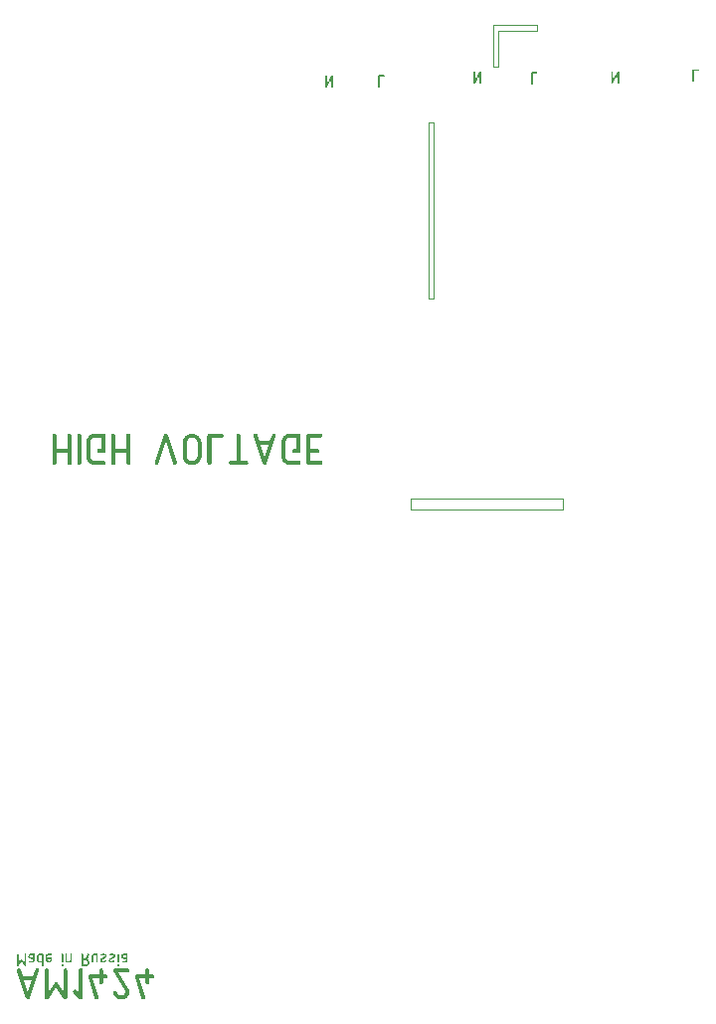
<source format=gbo>
G04 Layer_Color=32896*
%FSLAX25Y25*%
%MOIN*%
G70*
G01*
G75*
%ADD43C,0.00394*%
G36*
X19737Y192877D02*
X19901Y192804D01*
X20029Y192713D01*
X20102Y192585D01*
X20156Y192458D01*
X20175Y192367D01*
X20193Y192294D01*
Y192257D01*
Y183093D01*
X20156Y182874D01*
X20084Y182710D01*
X19974Y182601D01*
X19865Y182510D01*
X19737Y182473D01*
X19628Y182455D01*
X19555Y182437D01*
X19519D01*
X19300Y182473D01*
X19136Y182546D01*
X19009Y182637D01*
X18936Y182765D01*
X18881Y182892D01*
X18863Y182984D01*
X18845Y183056D01*
Y183093D01*
Y186500D01*
X15128D01*
Y183093D01*
X15091Y182874D01*
X15019Y182710D01*
X14909Y182601D01*
X14800Y182510D01*
X14672Y182473D01*
X14563Y182455D01*
X14490Y182437D01*
X14454D01*
X14235Y182473D01*
X14071Y182546D01*
X13943Y182637D01*
X13871Y182765D01*
X13816Y182892D01*
X13798Y182984D01*
X13780Y183056D01*
Y183093D01*
Y192257D01*
X13816Y192476D01*
X13889Y192640D01*
X13998Y192749D01*
X14126Y192822D01*
X14235Y192877D01*
X14344Y192895D01*
X14417Y192913D01*
X14454D01*
X14672Y192877D01*
X14836Y192804D01*
X14964Y192713D01*
X15037Y192585D01*
X15091Y192458D01*
X15110Y192367D01*
X15128Y192294D01*
Y192257D01*
Y187830D01*
X18845D01*
Y192257D01*
X18881Y192476D01*
X18954Y192640D01*
X19063Y192749D01*
X19191Y192822D01*
X19300Y192877D01*
X19410Y192895D01*
X19482Y192913D01*
X19519D01*
X19737Y192877D01*
D02*
G37*
G36*
X39488D02*
X39652Y192804D01*
X39779Y192713D01*
X39852Y192585D01*
X39907Y192458D01*
X39925Y192367D01*
X39944Y192294D01*
Y192257D01*
Y183093D01*
X39907Y182874D01*
X39834Y182710D01*
X39725Y182601D01*
X39615Y182510D01*
X39488Y182473D01*
X39379Y182455D01*
X39306Y182437D01*
X39269D01*
X39051Y182473D01*
X38887Y182546D01*
X38759Y182637D01*
X38686Y182765D01*
X38632Y182892D01*
X38613Y182984D01*
X38595Y183056D01*
Y183093D01*
Y186500D01*
X34878D01*
Y183093D01*
X34842Y182874D01*
X34769Y182710D01*
X34660Y182601D01*
X34550Y182510D01*
X34423Y182473D01*
X34313Y182455D01*
X34241Y182437D01*
X34204D01*
X33985Y182473D01*
X33821Y182546D01*
X33694Y182637D01*
X33621Y182765D01*
X33566Y182892D01*
X33548Y182984D01*
X33530Y183056D01*
Y183093D01*
Y192257D01*
X33566Y192476D01*
X33639Y192640D01*
X33749Y192749D01*
X33876Y192822D01*
X33985Y192877D01*
X34095Y192895D01*
X34168Y192913D01*
X34204D01*
X34423Y192877D01*
X34587Y192804D01*
X34714Y192713D01*
X34787Y192585D01*
X34842Y192458D01*
X34860Y192367D01*
X34878Y192294D01*
Y192257D01*
Y187830D01*
X38595D01*
Y192257D01*
X38632Y192476D01*
X38704Y192640D01*
X38814Y192749D01*
X38941Y192822D01*
X39051Y192877D01*
X39160Y192895D01*
X39233Y192913D01*
X39269D01*
X39488Y192877D01*
D02*
G37*
G36*
X96608D02*
X96772Y192804D01*
X96899Y192713D01*
X96972Y192585D01*
X97027Y192458D01*
X97045Y192367D01*
X97063Y192294D01*
Y192257D01*
Y187156D01*
X97027Y186937D01*
X96954Y186773D01*
X96845Y186664D01*
X96735Y186573D01*
X96608Y186536D01*
X96498Y186518D01*
X96425Y186500D01*
X96389D01*
X94858D01*
X94640Y186536D01*
X94476Y186609D01*
X94348Y186700D01*
X94275Y186828D01*
X94221Y186955D01*
X94203Y187047D01*
X94184Y187119D01*
Y187156D01*
X94221Y187374D01*
X94294Y187539D01*
X94403Y187666D01*
X94531Y187739D01*
X94640Y187794D01*
X94749Y187812D01*
X94822Y187830D01*
X94858D01*
X95715D01*
Y191583D01*
X93346D01*
X93146Y191565D01*
X92964Y191529D01*
X92800Y191456D01*
X92654Y191383D01*
X92545Y191328D01*
X92453Y191255D01*
X92399Y191219D01*
X92381Y191201D01*
X92253Y191037D01*
X92162Y190873D01*
X92089Y190709D01*
X92053Y190563D01*
X92016Y190417D01*
X91998Y190308D01*
Y190235D01*
Y190217D01*
Y185133D01*
X92016Y184933D01*
X92053Y184751D01*
X92125Y184587D01*
X92198Y184441D01*
X92253Y184332D01*
X92326Y184241D01*
X92362Y184186D01*
X92381Y184168D01*
X92545Y184040D01*
X92709Y183931D01*
X92854Y183858D01*
X93018Y183822D01*
X93146Y183785D01*
X93255Y183767D01*
X93328D01*
X93346D01*
X96389D01*
X96608Y183730D01*
X96772Y183658D01*
X96899Y183548D01*
X96972Y183421D01*
X97027Y183311D01*
X97045Y183202D01*
X97063Y183129D01*
Y183093D01*
X97027Y182874D01*
X96954Y182710D01*
X96845Y182601D01*
X96735Y182510D01*
X96608Y182473D01*
X96498Y182455D01*
X96425Y182437D01*
X96389D01*
X93346D01*
X93146D01*
X92945Y182473D01*
X92563Y182564D01*
X92253Y182692D01*
X91961Y182838D01*
X91743Y182984D01*
X91579Y183111D01*
X91470Y183202D01*
X91451Y183220D01*
X91433Y183239D01*
X91287Y183384D01*
X91178Y183548D01*
X90978Y183858D01*
X90850Y184186D01*
X90741Y184477D01*
X90686Y184733D01*
X90668Y184951D01*
X90650Y185024D01*
Y185079D01*
Y185115D01*
Y185133D01*
Y190217D01*
X90668Y190417D01*
X90686Y190618D01*
X90777Y191000D01*
X90905Y191310D01*
X91050Y191602D01*
X91178Y191820D01*
X91306Y191984D01*
X91397Y192094D01*
X91433Y192112D01*
Y192130D01*
X91579Y192276D01*
X91743Y192385D01*
X92071Y192585D01*
X92381Y192713D01*
X92690Y192822D01*
X92945Y192877D01*
X93164Y192895D01*
X93237Y192913D01*
X93292D01*
X93328D01*
X93346D01*
X96389D01*
X96608Y192877D01*
D02*
G37*
G36*
X103914D02*
X104078Y192804D01*
X104205Y192695D01*
X104278Y192567D01*
X104333Y192458D01*
X104351Y192349D01*
X104369Y192276D01*
Y192239D01*
X104333Y192021D01*
X104260Y191857D01*
X104151Y191747D01*
X104041Y191656D01*
X103914Y191620D01*
X103805Y191602D01*
X103732Y191583D01*
X103695D01*
X100306D01*
Y187830D01*
X102675D01*
X102894Y187794D01*
X103058Y187721D01*
X103185Y187611D01*
X103258Y187484D01*
X103313Y187374D01*
X103331Y187265D01*
X103349Y187192D01*
Y187156D01*
X103313Y186937D01*
X103240Y186773D01*
X103130Y186664D01*
X103021Y186573D01*
X102894Y186536D01*
X102784Y186518D01*
X102711Y186500D01*
X102675D01*
X100306D01*
Y183767D01*
X103695D01*
X103914Y183730D01*
X104078Y183658D01*
X104205Y183548D01*
X104278Y183421D01*
X104333Y183311D01*
X104351Y183202D01*
X104369Y183129D01*
Y183093D01*
X104333Y182874D01*
X104260Y182710D01*
X104151Y182601D01*
X104041Y182510D01*
X103914Y182473D01*
X103805Y182455D01*
X103732Y182437D01*
X103695D01*
X99632D01*
X99414Y182473D01*
X99250Y182546D01*
X99122Y182637D01*
X99049Y182765D01*
X98994Y182892D01*
X98976Y182984D01*
X98958Y183056D01*
Y183093D01*
Y192257D01*
X98994Y192476D01*
X99067Y192640D01*
X99177Y192749D01*
X99304Y192822D01*
X99414Y192877D01*
X99523Y192895D01*
X99596Y192913D01*
X99632D01*
X103695D01*
X103914Y192877D01*
D02*
G37*
G36*
X31180D02*
X31344Y192804D01*
X31471Y192713D01*
X31544Y192585D01*
X31599Y192458D01*
X31617Y192367D01*
X31635Y192294D01*
Y192257D01*
Y187156D01*
X31599Y186937D01*
X31526Y186773D01*
X31416Y186664D01*
X31307Y186573D01*
X31180Y186536D01*
X31070Y186518D01*
X30997Y186500D01*
X30961D01*
X29430D01*
X29212Y186536D01*
X29048Y186609D01*
X28920Y186700D01*
X28848Y186828D01*
X28793Y186955D01*
X28775Y187047D01*
X28756Y187119D01*
Y187156D01*
X28793Y187374D01*
X28866Y187539D01*
X28975Y187666D01*
X29103Y187739D01*
X29212Y187794D01*
X29321Y187812D01*
X29394Y187830D01*
X29430D01*
X30287D01*
Y191583D01*
X27918D01*
X27718Y191565D01*
X27536Y191529D01*
X27372Y191456D01*
X27226Y191383D01*
X27117Y191328D01*
X27025Y191255D01*
X26971Y191219D01*
X26953Y191201D01*
X26825Y191037D01*
X26734Y190873D01*
X26661Y190709D01*
X26625Y190563D01*
X26588Y190417D01*
X26570Y190308D01*
Y190235D01*
Y190217D01*
Y185133D01*
X26588Y184933D01*
X26625Y184751D01*
X26697Y184587D01*
X26770Y184441D01*
X26825Y184332D01*
X26898Y184241D01*
X26934Y184186D01*
X26953Y184168D01*
X27117Y184040D01*
X27281Y183931D01*
X27426Y183858D01*
X27590Y183822D01*
X27718Y183785D01*
X27827Y183767D01*
X27900D01*
X27918D01*
X30961D01*
X31180Y183730D01*
X31344Y183658D01*
X31471Y183548D01*
X31544Y183421D01*
X31599Y183311D01*
X31617Y183202D01*
X31635Y183129D01*
Y183093D01*
X31599Y182874D01*
X31526Y182710D01*
X31416Y182601D01*
X31307Y182510D01*
X31180Y182473D01*
X31070Y182455D01*
X30997Y182437D01*
X30961D01*
X27918D01*
X27718D01*
X27517Y182473D01*
X27135Y182564D01*
X26825Y182692D01*
X26533Y182838D01*
X26315Y182984D01*
X26151Y183111D01*
X26042Y183202D01*
X26023Y183220D01*
X26005Y183239D01*
X25859Y183384D01*
X25750Y183548D01*
X25550Y183858D01*
X25422Y184186D01*
X25313Y184477D01*
X25258Y184733D01*
X25240Y184951D01*
X25222Y185024D01*
Y185079D01*
Y185115D01*
Y185133D01*
Y190217D01*
X25240Y190417D01*
X25258Y190618D01*
X25349Y191000D01*
X25477Y191310D01*
X25622Y191602D01*
X25750Y191820D01*
X25878Y191984D01*
X25969Y192094D01*
X26005Y192112D01*
Y192130D01*
X26151Y192276D01*
X26315Y192385D01*
X26643Y192585D01*
X26953Y192713D01*
X27262Y192822D01*
X27517Y192877D01*
X27736Y192895D01*
X27809Y192913D01*
X27864D01*
X27900D01*
X27918D01*
X30961D01*
X31180Y192877D01*
D02*
G37*
G36*
X18294Y13743D02*
X18458Y13670D01*
X18585Y13579D01*
X18658Y13452D01*
X18713Y13324D01*
X18731Y13233D01*
X18749Y13160D01*
Y13124D01*
Y3959D01*
X18713Y3740D01*
X18640Y3576D01*
X18530Y3467D01*
X18403Y3376D01*
X18275Y3339D01*
X18166Y3321D01*
X18093Y3303D01*
X18057D01*
X17929Y3321D01*
X17802Y3339D01*
X17711Y3394D01*
X17638Y3449D01*
X17528Y3540D01*
X17510Y3576D01*
X17492Y3595D01*
X15032Y7457D01*
X12573Y3631D01*
X12481Y3522D01*
X12390Y3449D01*
X12299Y3376D01*
X12208Y3339D01*
X12117Y3321D01*
X12044Y3303D01*
X11989D01*
X11771Y3339D01*
X11607Y3412D01*
X11479Y3503D01*
X11406Y3631D01*
X11352Y3759D01*
X11334Y3850D01*
X11315Y3923D01*
Y3959D01*
Y13124D01*
X11352Y13342D01*
X11425Y13506D01*
X11534Y13615D01*
X11661Y13688D01*
X11771Y13743D01*
X11880Y13761D01*
X11953Y13780D01*
X11989D01*
X12208Y13743D01*
X12372Y13670D01*
X12500Y13579D01*
X12573Y13452D01*
X12627Y13324D01*
X12645Y13233D01*
X12664Y13160D01*
Y13124D01*
Y5799D01*
X14413Y8824D01*
X14522Y8951D01*
X14613Y9042D01*
X14723Y9115D01*
X14814Y9152D01*
X14905Y9188D01*
X14978Y9206D01*
X15032D01*
X15160Y9188D01*
X15269Y9152D01*
X15470Y9006D01*
X15542Y8951D01*
X15597Y8878D01*
X15615Y8842D01*
X15633Y8824D01*
X17401Y5799D01*
Y13124D01*
X17437Y13342D01*
X17510Y13506D01*
X17619Y13615D01*
X17747Y13688D01*
X17856Y13743D01*
X17966Y13761D01*
X18038Y13780D01*
X18075D01*
X18294Y13743D01*
D02*
G37*
G36*
X30301D02*
X30465Y13670D01*
X30592Y13579D01*
X30665Y13452D01*
X30720Y13324D01*
X30738Y13233D01*
X30756Y13160D01*
Y13124D01*
Y11757D01*
X31594D01*
X31813Y11721D01*
X31977Y11648D01*
X32104Y11539D01*
X32177Y11411D01*
X32232Y11302D01*
X32250Y11192D01*
X32268Y11119D01*
Y11083D01*
X32232Y10864D01*
X32159Y10700D01*
X32050Y10591D01*
X31940Y10500D01*
X31813Y10464D01*
X31703Y10445D01*
X31631Y10427D01*
X30756D01*
Y9061D01*
X30720Y8842D01*
X30647Y8678D01*
X30538Y8569D01*
X30428Y8478D01*
X30301Y8441D01*
X30191Y8423D01*
X30118Y8405D01*
X30082D01*
X29863Y8441D01*
X29699Y8514D01*
X29572Y8605D01*
X29499Y8733D01*
X29444Y8860D01*
X29426Y8951D01*
X29408Y9024D01*
Y9061D01*
Y10427D01*
X27349D01*
X29171Y4214D01*
X29207Y4105D01*
X29226Y4032D01*
Y3977D01*
Y3959D01*
X29189Y3740D01*
X29116Y3576D01*
X29007Y3467D01*
X28898Y3376D01*
X28770Y3339D01*
X28661Y3321D01*
X28588Y3303D01*
X28552D01*
X28369Y3321D01*
X28242Y3376D01*
X28114Y3467D01*
X28041Y3540D01*
X27968Y3631D01*
X27932Y3722D01*
X27896Y3777D01*
Y3795D01*
X25855Y10919D01*
X25837Y11028D01*
Y11083D01*
Y11101D01*
X25873Y11320D01*
X25946Y11484D01*
X26055Y11593D01*
X26183Y11666D01*
X26292Y11721D01*
X26401Y11739D01*
X26474Y11757D01*
X29408D01*
Y13124D01*
X29444Y13342D01*
X29517Y13506D01*
X29627Y13615D01*
X29754Y13688D01*
X29863Y13743D01*
X29973Y13761D01*
X30046Y13780D01*
X30082D01*
X30301Y13743D01*
D02*
G37*
G36*
X23577D02*
X23741Y13670D01*
X23869Y13579D01*
X23942Y13452D01*
X23997Y13324D01*
X24015Y13233D01*
X24033Y13160D01*
Y13124D01*
Y3959D01*
X23997Y3740D01*
X23924Y3576D01*
X23814Y3467D01*
X23705Y3376D01*
X23577Y3339D01*
X23468Y3321D01*
X23395Y3303D01*
X23359D01*
X23249Y3321D01*
X23158Y3339D01*
X22994Y3431D01*
X22867Y3522D01*
X22849Y3540D01*
X22830Y3558D01*
X20844Y5544D01*
X20772Y5617D01*
X20735Y5690D01*
X20662Y5836D01*
X20644Y5945D01*
Y5981D01*
Y6000D01*
X20680Y6218D01*
X20753Y6382D01*
X20863Y6510D01*
X20990Y6583D01*
X21100Y6637D01*
X21209Y6656D01*
X21282Y6674D01*
X21318D01*
X21409Y6656D01*
X21500Y6637D01*
X21664Y6564D01*
X21755Y6510D01*
X21792Y6473D01*
X22685Y5362D01*
Y13124D01*
X22721Y13342D01*
X22794Y13506D01*
X22903Y13615D01*
X23031Y13688D01*
X23140Y13743D01*
X23249Y13761D01*
X23322Y13780D01*
X23359D01*
X23577Y13743D01*
D02*
G37*
G36*
X88281Y192877D02*
X88445Y192804D01*
X88573Y192713D01*
X88645Y192585D01*
X88700Y192458D01*
X88718Y192367D01*
X88737Y192294D01*
Y192257D01*
Y192185D01*
X88718Y192112D01*
X88700Y192057D01*
Y192039D01*
X85657Y182947D01*
X85585Y182783D01*
X85493Y182656D01*
X85384Y182564D01*
X85275Y182492D01*
X85166Y182455D01*
X85074Y182437D01*
X85020D01*
X85001D01*
X84838Y182455D01*
X84692Y182510D01*
X84582Y182601D01*
X84491Y182692D01*
X84418Y182783D01*
X84382Y182874D01*
X84346Y182929D01*
Y182947D01*
X81321Y192039D01*
X81285Y192185D01*
Y192239D01*
Y192257D01*
X81321Y192476D01*
X81394Y192640D01*
X81503Y192749D01*
X81631Y192822D01*
X81740Y192877D01*
X81849Y192895D01*
X81922Y192913D01*
X81959D01*
X82123Y192895D01*
X82269Y192841D01*
X82378Y192768D01*
X82469Y192676D01*
X82524Y192604D01*
X82560Y192531D01*
X82596Y192476D01*
Y192458D01*
X83289Y190381D01*
X86714D01*
X87407Y192458D01*
X87479Y192604D01*
X87571Y192713D01*
X87680Y192804D01*
X87789Y192859D01*
X87898Y192895D01*
X87990Y192913D01*
X88044D01*
X88063D01*
X88281Y192877D01*
D02*
G37*
G36*
X39101Y13743D02*
X39265Y13670D01*
X39392Y13561D01*
X39465Y13433D01*
X39520Y13324D01*
X39538Y13215D01*
X39556Y13142D01*
Y13105D01*
X39520Y12887D01*
X39447Y12723D01*
X39338Y12614D01*
X39228Y12522D01*
X39101Y12486D01*
X38991Y12468D01*
X38919Y12449D01*
X35894D01*
X39064Y7548D01*
X39228Y7257D01*
X39356Y6983D01*
X39429Y6710D01*
X39502Y6473D01*
X39538Y6291D01*
X39556Y6127D01*
Y6036D01*
Y6000D01*
Y5799D01*
X39520Y5599D01*
X39429Y5234D01*
X39301Y4906D01*
X39156Y4633D01*
X39010Y4414D01*
X38882Y4250D01*
X38791Y4141D01*
X38773Y4105D01*
X38755D01*
X38609Y3959D01*
X38445Y3831D01*
X38135Y3649D01*
X37807Y3503D01*
X37516Y3394D01*
X37261Y3339D01*
X37042Y3321D01*
X36969Y3303D01*
X36860D01*
X36550Y3321D01*
X36277Y3394D01*
X36004Y3485D01*
X35748Y3613D01*
X35511Y3759D01*
X35293Y3923D01*
X35092Y4105D01*
X34910Y4287D01*
X34746Y4487D01*
X34600Y4651D01*
X34491Y4834D01*
X34382Y4979D01*
X34309Y5107D01*
X34254Y5198D01*
X34218Y5271D01*
X34200Y5289D01*
X34163Y5344D01*
X34145Y5417D01*
Y5471D01*
Y5489D01*
X34181Y5708D01*
X34254Y5872D01*
X34364Y6000D01*
X34491Y6072D01*
X34600Y6127D01*
X34710Y6145D01*
X34783Y6164D01*
X34819D01*
X34965Y6145D01*
X35074Y6109D01*
X35184Y6054D01*
X35256Y6000D01*
X35329Y5945D01*
X35366Y5890D01*
X35402Y5854D01*
Y5836D01*
X35530Y5617D01*
X35657Y5435D01*
X35785Y5271D01*
X35912Y5143D01*
X36040Y5016D01*
X36167Y4925D01*
X36386Y4779D01*
X36568Y4688D01*
X36732Y4651D01*
X36823Y4633D01*
X36860D01*
X37060Y4651D01*
X37242Y4688D01*
X37406Y4761D01*
X37534Y4834D01*
X37643Y4906D01*
X37734Y4979D01*
X37789Y5016D01*
X37807Y5034D01*
X37935Y5198D01*
X38044Y5362D01*
X38117Y5508D01*
X38153Y5672D01*
X38190Y5799D01*
X38208Y5909D01*
Y5981D01*
Y6000D01*
Y6145D01*
X38172Y6291D01*
X38135Y6419D01*
X38099Y6528D01*
X38062Y6619D01*
X38026Y6692D01*
X38008Y6747D01*
X37989Y6765D01*
X34254Y12741D01*
X34200Y12868D01*
X34163Y12996D01*
X34145Y13087D01*
Y13105D01*
Y13124D01*
X34181Y13342D01*
X34254Y13506D01*
X34364Y13615D01*
X34491Y13688D01*
X34600Y13743D01*
X34710Y13761D01*
X34783Y13780D01*
X38882D01*
X39101Y13743D01*
D02*
G37*
G36*
X76420Y192877D02*
X76584Y192804D01*
X76711Y192713D01*
X76784Y192585D01*
X76839Y192458D01*
X76857Y192367D01*
X76875Y192294D01*
Y192257D01*
Y183767D01*
X78734D01*
X78952Y183730D01*
X79116Y183658D01*
X79244Y183548D01*
X79317Y183421D01*
X79372Y183311D01*
X79390Y183202D01*
X79408Y183129D01*
Y183093D01*
X79372Y182874D01*
X79299Y182710D01*
X79189Y182601D01*
X79080Y182510D01*
X78952Y182473D01*
X78843Y182455D01*
X78770Y182437D01*
X78734D01*
X73650D01*
X73432Y182473D01*
X73268Y182546D01*
X73140Y182637D01*
X73067Y182765D01*
X73013Y182892D01*
X72995Y182984D01*
X72976Y183056D01*
Y183093D01*
X73013Y183311D01*
X73086Y183475D01*
X73195Y183603D01*
X73322Y183676D01*
X73432Y183730D01*
X73541Y183749D01*
X73614Y183767D01*
X73650D01*
X75527D01*
Y192257D01*
X75564Y192476D01*
X75636Y192640D01*
X75746Y192749D01*
X75873Y192822D01*
X75983Y192877D01*
X76092Y192895D01*
X76165Y192913D01*
X76201D01*
X76420Y192877D01*
D02*
G37*
G36*
X203558Y314216D02*
X203624Y314187D01*
X203675Y314151D01*
X203704Y314100D01*
X203726Y314049D01*
X203733Y314012D01*
X203740Y313983D01*
Y313969D01*
Y310302D01*
X203726Y310214D01*
X203696Y310149D01*
X203653Y310105D01*
X203602Y310076D01*
X203558Y310054D01*
X203514Y310047D01*
X203485Y310039D01*
X203470D01*
X203383Y310054D01*
X203317Y310083D01*
X203266Y310120D01*
X203237Y310171D01*
X203215Y310222D01*
X203208Y310258D01*
X203201Y310287D01*
Y310302D01*
Y313116D01*
X201692Y310171D01*
X201655Y310127D01*
X201619Y310098D01*
X201582Y310068D01*
X201539Y310054D01*
X201509Y310047D01*
X201480Y310039D01*
X201451D01*
X201356Y310054D01*
X201291Y310083D01*
X201240Y310120D01*
X201210Y310171D01*
X201189Y310222D01*
X201181Y310258D01*
X201174Y310287D01*
Y310302D01*
Y313969D01*
X201189Y314056D01*
X201218Y314122D01*
X201262Y314165D01*
X201305Y314202D01*
X201356Y314216D01*
X201400Y314224D01*
X201429Y314231D01*
X201444D01*
X201531Y314216D01*
X201597Y314187D01*
X201648Y314151D01*
X201677Y314100D01*
X201699Y314049D01*
X201706Y314012D01*
X201713Y313983D01*
Y313969D01*
Y311155D01*
X203215Y314049D01*
X203252Y314107D01*
X203295Y314151D01*
X203339Y314187D01*
X203376Y314209D01*
X203412Y314224D01*
X203441Y314231D01*
X203470D01*
X203558Y314216D01*
D02*
G37*
G36*
X176196Y313962D02*
X176261Y313933D01*
X176312Y313889D01*
X176341Y313838D01*
X176363Y313794D01*
X176370Y313750D01*
X176378Y313721D01*
Y313707D01*
X176363Y313619D01*
X176334Y313554D01*
X176290Y313510D01*
X176247Y313473D01*
X176196Y313459D01*
X176152Y313452D01*
X176123Y313444D01*
X176108D01*
X174752D01*
Y310047D01*
X174738Y309960D01*
X174708Y309894D01*
X174665Y309850D01*
X174621Y309814D01*
X174570Y309799D01*
X174526Y309792D01*
X174497Y309785D01*
X174482D01*
X174395Y309799D01*
X174329Y309828D01*
X174278Y309865D01*
X174249Y309916D01*
X174227Y309967D01*
X174220Y310003D01*
X174213Y310033D01*
Y310047D01*
Y313714D01*
X174227Y313801D01*
X174256Y313867D01*
X174300Y313911D01*
X174351Y313940D01*
X174395Y313962D01*
X174439Y313969D01*
X174468Y313976D01*
X174482D01*
X176108D01*
X176196Y313962D01*
D02*
G37*
G36*
X157298Y314216D02*
X157364Y314187D01*
X157415Y314151D01*
X157444Y314100D01*
X157466Y314049D01*
X157473Y314012D01*
X157480Y313983D01*
Y313969D01*
Y310302D01*
X157466Y310214D01*
X157437Y310149D01*
X157393Y310105D01*
X157342Y310076D01*
X157298Y310054D01*
X157254Y310047D01*
X157225Y310039D01*
X157211D01*
X157123Y310054D01*
X157057Y310083D01*
X157007Y310120D01*
X156977Y310171D01*
X156955Y310222D01*
X156948Y310258D01*
X156941Y310287D01*
Y310302D01*
Y313116D01*
X155432Y310171D01*
X155395Y310127D01*
X155359Y310098D01*
X155323Y310068D01*
X155279Y310054D01*
X155250Y310047D01*
X155220Y310039D01*
X155191D01*
X155096Y310054D01*
X155031Y310083D01*
X154980Y310120D01*
X154951Y310171D01*
X154929Y310222D01*
X154921Y310258D01*
X154914Y310287D01*
Y310302D01*
Y313969D01*
X154929Y314056D01*
X154958Y314122D01*
X155002Y314165D01*
X155045Y314202D01*
X155096Y314216D01*
X155140Y314224D01*
X155169Y314231D01*
X155184D01*
X155271Y314216D01*
X155337Y314187D01*
X155388Y314151D01*
X155417Y314100D01*
X155439Y314049D01*
X155446Y314012D01*
X155454Y313983D01*
Y313969D01*
Y311155D01*
X156955Y314049D01*
X156992Y314107D01*
X157036Y314151D01*
X157079Y314187D01*
X157116Y314209D01*
X157152Y314224D01*
X157181Y314231D01*
X157211D01*
X157298Y314216D01*
D02*
G37*
G36*
X125014Y312978D02*
X125080Y312948D01*
X125131Y312905D01*
X125160Y312854D01*
X125182Y312810D01*
X125189Y312766D01*
X125197Y312737D01*
Y312722D01*
X125182Y312635D01*
X125153Y312569D01*
X125109Y312526D01*
X125065Y312489D01*
X125014Y312474D01*
X124971Y312467D01*
X124942Y312460D01*
X124927D01*
X123571D01*
Y309063D01*
X123556Y308975D01*
X123527Y308910D01*
X123484Y308866D01*
X123440Y308829D01*
X123389Y308815D01*
X123345Y308808D01*
X123316Y308800D01*
X123301D01*
X123214Y308815D01*
X123148Y308844D01*
X123097Y308881D01*
X123068Y308932D01*
X123046Y308983D01*
X123039Y309019D01*
X123031Y309048D01*
Y309063D01*
Y312730D01*
X123046Y312817D01*
X123075Y312883D01*
X123119Y312927D01*
X123170Y312956D01*
X123214Y312978D01*
X123258Y312985D01*
X123287Y312992D01*
X123301D01*
X124927D01*
X125014Y312978D01*
D02*
G37*
G36*
X105585Y312992D02*
X105672Y312978D01*
X105738Y312948D01*
X105789Y312912D01*
X105818Y312861D01*
X105840Y312810D01*
X105847Y312773D01*
X105854Y312744D01*
Y312730D01*
Y309916D01*
X107363Y312861D01*
X107400Y312905D01*
X107436Y312934D01*
X107473Y312963D01*
X107517Y312978D01*
X107546Y312985D01*
X107575Y312992D01*
X107597D01*
X107604D01*
X107699Y312978D01*
X107764Y312948D01*
X107815Y312912D01*
X107845Y312861D01*
X107867Y312810D01*
X107874Y312773D01*
X107881Y312744D01*
Y312730D01*
Y309063D01*
X107867Y308975D01*
X107837Y308910D01*
X107794Y308866D01*
X107750Y308829D01*
X107699Y308815D01*
X107655Y308808D01*
X107626Y308800D01*
X107611D01*
X107524Y308815D01*
X107458Y308844D01*
X107407Y308881D01*
X107378Y308932D01*
X107356Y308983D01*
X107349Y309019D01*
X107342Y309048D01*
Y309063D01*
Y311877D01*
X105840Y308983D01*
X105803Y308924D01*
X105760Y308881D01*
X105716Y308844D01*
X105680Y308822D01*
X105643Y308808D01*
X105614Y308800D01*
X105592D01*
X105585D01*
X105497Y308815D01*
X105432Y308844D01*
X105381Y308881D01*
X105351Y308932D01*
X105330Y308983D01*
X105322Y309019D01*
X105315Y309048D01*
Y309063D01*
Y312730D01*
X105330Y312817D01*
X105359Y312883D01*
X105402Y312927D01*
X105454Y312956D01*
X105497Y312978D01*
X105541Y312985D01*
X105570Y312992D01*
X105585D01*
D02*
G37*
G36*
X60860Y192895D02*
X61097Y192877D01*
X61534Y192768D01*
X61917Y192622D01*
X62245Y192440D01*
X62518Y192276D01*
X62627Y192203D01*
X62718Y192130D01*
X62791Y192075D01*
X62846Y192021D01*
X62864Y192002D01*
X62882Y191984D01*
X63046Y191802D01*
X63192Y191620D01*
X63320Y191419D01*
X63429Y191219D01*
X63593Y190855D01*
X63721Y190490D01*
X63775Y190180D01*
X63793Y190035D01*
X63812Y189925D01*
X63830Y189834D01*
Y189761D01*
Y189725D01*
Y189707D01*
Y185644D01*
X63812Y185407D01*
X63793Y185170D01*
X63684Y184733D01*
X63538Y184350D01*
X63356Y184022D01*
X63174Y183749D01*
X63101Y183639D01*
X63028Y183548D01*
X62973Y183475D01*
X62919Y183421D01*
X62901Y183403D01*
X62882Y183384D01*
X62700Y183220D01*
X62518Y183075D01*
X62336Y182947D01*
X62135Y182838D01*
X61753Y182674D01*
X61407Y182546D01*
X61097Y182492D01*
X60969Y182473D01*
X60842Y182455D01*
X60751Y182437D01*
X60678D01*
X60641D01*
X60623D01*
X60368Y182455D01*
X60131Y182473D01*
X59694Y182583D01*
X59311Y182728D01*
X58983Y182911D01*
X58710Y183093D01*
X58601Y183166D01*
X58510Y183239D01*
X58437Y183293D01*
X58382Y183348D01*
X58364Y183366D01*
X58346Y183384D01*
X58182Y183566D01*
X58036Y183749D01*
X57908Y183931D01*
X57817Y184131D01*
X57635Y184514D01*
X57526Y184860D01*
X57471Y185170D01*
X57453Y185297D01*
X57435Y185425D01*
X57416Y185516D01*
Y185589D01*
Y185625D01*
Y185644D01*
Y189707D01*
X57435Y189944D01*
X57453Y190180D01*
X57562Y190618D01*
X57708Y191018D01*
X57890Y191347D01*
X58054Y191620D01*
X58127Y191729D01*
X58200Y191820D01*
X58254Y191893D01*
X58309Y191948D01*
X58327Y191966D01*
X58346Y191984D01*
X58528Y192148D01*
X58710Y192294D01*
X58911Y192421D01*
X59093Y192513D01*
X59475Y192695D01*
X59840Y192804D01*
X60149Y192859D01*
X60277Y192877D01*
X60404Y192895D01*
X60496Y192913D01*
X60568D01*
X60605D01*
X60623D01*
X60860Y192895D01*
D02*
G37*
G36*
X70681Y192877D02*
X70845Y192804D01*
X70972Y192695D01*
X71045Y192567D01*
X71100Y192458D01*
X71118Y192349D01*
X71136Y192276D01*
Y192239D01*
X71100Y192021D01*
X71027Y191857D01*
X70917Y191747D01*
X70808Y191656D01*
X70681Y191620D01*
X70571Y191602D01*
X70498Y191583D01*
X70462D01*
X67073D01*
Y183093D01*
X67037Y182874D01*
X66964Y182710D01*
X66854Y182601D01*
X66745Y182510D01*
X66618Y182473D01*
X66508Y182455D01*
X66435Y182437D01*
X66399D01*
X66180Y182473D01*
X66016Y182546D01*
X65889Y182637D01*
X65816Y182765D01*
X65761Y182892D01*
X65743Y182984D01*
X65725Y183056D01*
Y183093D01*
Y192257D01*
X65761Y192476D01*
X65834Y192640D01*
X65943Y192749D01*
X66071Y192822D01*
X66180Y192877D01*
X66290Y192895D01*
X66363Y192913D01*
X66399D01*
X70462D01*
X70681Y192877D01*
D02*
G37*
G36*
X51932Y192895D02*
X52078Y192841D01*
X52187Y192749D01*
X52278Y192658D01*
X52351Y192585D01*
X52388Y192494D01*
X52424Y192440D01*
Y192421D01*
X55467Y183311D01*
X55503Y183166D01*
Y183111D01*
Y183093D01*
X55467Y182874D01*
X55394Y182710D01*
X55285Y182601D01*
X55175Y182510D01*
X55048Y182473D01*
X54939Y182455D01*
X54866Y182437D01*
X54829D01*
X54665Y182455D01*
X54519Y182510D01*
X54410Y182583D01*
X54319Y182656D01*
X54246Y182747D01*
X54210Y182819D01*
X54173Y182874D01*
Y182892D01*
X51768Y190472D01*
X49363Y182892D01*
X49290Y182747D01*
X49199Y182637D01*
X49090Y182546D01*
X48999Y182492D01*
X48889Y182455D01*
X48798Y182437D01*
X48744D01*
X48726D01*
X48507Y182473D01*
X48343Y182546D01*
X48215Y182637D01*
X48142Y182765D01*
X48088Y182892D01*
X48070Y182984D01*
X48051Y183056D01*
Y183093D01*
Y183184D01*
X48070Y183257D01*
X48088Y183293D01*
Y183311D01*
X51112Y192421D01*
X51185Y192585D01*
X51294Y192713D01*
X51404Y192786D01*
X51513Y192859D01*
X51604Y192895D01*
X51695Y192913D01*
X51750D01*
X51768D01*
X51932Y192895D01*
D02*
G37*
G36*
X230329Y314946D02*
X230395Y314917D01*
X230446Y314873D01*
X230475Y314822D01*
X230497Y314778D01*
X230504Y314735D01*
X230512Y314705D01*
Y314691D01*
X230497Y314603D01*
X230468Y314538D01*
X230424Y314494D01*
X230380Y314458D01*
X230329Y314443D01*
X230286Y314436D01*
X230256Y314428D01*
X230242D01*
X228886D01*
Y311031D01*
X228871Y310944D01*
X228842Y310878D01*
X228798Y310835D01*
X228755Y310798D01*
X228704Y310784D01*
X228660Y310776D01*
X228631Y310769D01*
X228616D01*
X228529Y310784D01*
X228463Y310813D01*
X228412Y310849D01*
X228383Y310900D01*
X228361Y310951D01*
X228354Y310988D01*
X228346Y311017D01*
Y311031D01*
Y314698D01*
X228361Y314786D01*
X228390Y314851D01*
X228434Y314895D01*
X228485Y314924D01*
X228529Y314946D01*
X228572Y314953D01*
X228602Y314961D01*
X228616D01*
X230242D01*
X230329Y314946D01*
D02*
G37*
G36*
X22981Y192877D02*
X23145Y192804D01*
X23272Y192713D01*
X23345Y192585D01*
X23400Y192458D01*
X23418Y192367D01*
X23436Y192294D01*
Y192257D01*
Y183093D01*
X23400Y182874D01*
X23327Y182710D01*
X23217Y182601D01*
X23108Y182510D01*
X22981Y182473D01*
X22871Y182455D01*
X22798Y182437D01*
X22762D01*
X22543Y182473D01*
X22379Y182546D01*
X22252Y182637D01*
X22179Y182765D01*
X22124Y182892D01*
X22106Y182984D01*
X22088Y183056D01*
Y183093D01*
Y192257D01*
X22124Y192476D01*
X22197Y192640D01*
X22307Y192749D01*
X22434Y192822D01*
X22543Y192877D01*
X22653Y192895D01*
X22726Y192913D01*
X22762D01*
X22981Y192877D01*
D02*
G37*
G36*
X20157Y18686D02*
X20223Y18657D01*
X20274Y18621D01*
X20303Y18570D01*
X20325Y18519D01*
X20332Y18482D01*
X20339Y18453D01*
Y18438D01*
Y16609D01*
X20332Y16477D01*
X20303Y16361D01*
X20259Y16251D01*
X20215Y16164D01*
X20164Y16091D01*
X20128Y16033D01*
X20099Y16003D01*
X20084Y15989D01*
X19982Y15901D01*
X19880Y15843D01*
X19771Y15799D01*
X19676Y15763D01*
X19588Y15748D01*
X19523Y15741D01*
X19472Y15734D01*
X18444D01*
X18356Y15748D01*
X18291Y15777D01*
X18247Y15814D01*
X18218Y15865D01*
X18196Y15916D01*
X18189Y15953D01*
X18181Y15982D01*
Y15996D01*
Y18438D01*
X18196Y18526D01*
X18225Y18591D01*
X18269Y18635D01*
X18320Y18664D01*
X18364Y18686D01*
X18407Y18693D01*
X18437Y18701D01*
X18451D01*
X18539Y18686D01*
X18604Y18657D01*
X18655Y18621D01*
X18685Y18570D01*
X18706Y18519D01*
X18714Y18482D01*
X18721Y18453D01*
Y18438D01*
Y16266D01*
X19457D01*
X19508Y16273D01*
X19559Y16281D01*
X19632Y16317D01*
X19661Y16339D01*
X19683Y16353D01*
X19691Y16361D01*
X19698Y16368D01*
X19734Y16404D01*
X19756Y16448D01*
X19785Y16521D01*
X19793Y16557D01*
X19800Y16587D01*
Y16601D01*
Y16609D01*
Y18438D01*
X19814Y18526D01*
X19844Y18591D01*
X19887Y18635D01*
X19938Y18664D01*
X19982Y18686D01*
X20026Y18693D01*
X20055Y18701D01*
X20070D01*
X20157Y18686D01*
D02*
G37*
G36*
X17285D02*
X17350Y18657D01*
X17401Y18621D01*
X17431Y18570D01*
X17452Y18519D01*
X17460Y18482D01*
X17467Y18453D01*
Y18438D01*
Y15996D01*
X17452Y15909D01*
X17423Y15843D01*
X17380Y15799D01*
X17336Y15763D01*
X17285Y15748D01*
X17241Y15741D01*
X17212Y15734D01*
X17197D01*
X17110Y15748D01*
X17044Y15777D01*
X16993Y15814D01*
X16964Y15865D01*
X16942Y15916D01*
X16935Y15953D01*
X16928Y15982D01*
Y15996D01*
Y18438D01*
X16942Y18526D01*
X16971Y18591D01*
X17015Y18635D01*
X17066Y18664D01*
X17110Y18686D01*
X17154Y18693D01*
X17183Y18701D01*
X17197D01*
X17285Y18686D01*
D02*
G37*
G36*
X13509D02*
X13574Y18657D01*
X13625Y18613D01*
X13654Y18562D01*
X13676Y18519D01*
X13683Y18475D01*
X13691Y18446D01*
Y18431D01*
X13676Y18344D01*
X13647Y18278D01*
X13603Y18234D01*
X13560Y18198D01*
X13509Y18183D01*
X13465Y18176D01*
X13436Y18169D01*
X12400D01*
X12349Y18161D01*
X12306Y18154D01*
X12225Y18118D01*
X12196Y18103D01*
X12182Y18088D01*
X12167Y18081D01*
X12160Y18074D01*
X12131Y18030D01*
X12109Y17994D01*
X12080Y17913D01*
X12072Y17877D01*
X12065Y17848D01*
Y17833D01*
Y17826D01*
Y17483D01*
X13691D01*
Y16813D01*
Y16733D01*
X13676Y16652D01*
X13640Y16499D01*
X13589Y16368D01*
X13538Y16259D01*
X13479Y16171D01*
X13428Y16105D01*
X13392Y16062D01*
X13385Y16047D01*
X13377D01*
X13319Y15989D01*
X13253Y15945D01*
X13122Y15865D01*
X12998Y15807D01*
X12874Y15770D01*
X12765Y15748D01*
X12685Y15741D01*
X12648Y15734D01*
X12524D01*
X12444Y15748D01*
X12291Y15785D01*
X12167Y15836D01*
X12051Y15894D01*
X11963Y15953D01*
X11897Y16003D01*
X11854Y16040D01*
X11846Y16047D01*
X11839Y16055D01*
X11781Y16113D01*
X11737Y16179D01*
X11657Y16302D01*
X11606Y16434D01*
X11562Y16550D01*
X11540Y16652D01*
X11533Y16740D01*
X11526Y16769D01*
Y16791D01*
Y16805D01*
Y16813D01*
Y17826D01*
X11533Y17957D01*
X11562Y18081D01*
X11606Y18191D01*
X11650Y18278D01*
X11693Y18351D01*
X11737Y18409D01*
X11766Y18438D01*
X11774Y18453D01*
X11876Y18533D01*
X11978Y18599D01*
X12087Y18643D01*
X12182Y18672D01*
X12269Y18686D01*
X12342Y18693D01*
X12386Y18701D01*
X13421D01*
X13509Y18686D01*
D02*
G37*
G36*
X25916Y18693D02*
X25953Y18686D01*
X26011Y18657D01*
X26047Y18635D01*
X26062Y18621D01*
X26091Y18591D01*
X26113Y18555D01*
X26142Y18497D01*
X26149Y18453D01*
Y18446D01*
Y18438D01*
X26142Y18395D01*
X26135Y18351D01*
X26120Y18322D01*
X26113Y18314D01*
X25413Y16959D01*
X25544Y16900D01*
X25654Y16827D01*
X25756Y16747D01*
X25836Y16660D01*
X25909Y16565D01*
X25967Y16463D01*
X26018Y16368D01*
X26055Y16266D01*
X26091Y16171D01*
X26113Y16084D01*
X26128Y16003D01*
X26135Y15931D01*
X26142Y15872D01*
X26149Y15829D01*
Y15799D01*
Y15792D01*
X26142Y15697D01*
X26135Y15603D01*
X26091Y15428D01*
X26033Y15274D01*
X25960Y15143D01*
X25887Y15034D01*
X25858Y14990D01*
X25829Y14954D01*
X25807Y14925D01*
X25785Y14903D01*
X25778Y14895D01*
X25770Y14888D01*
X25697Y14822D01*
X25624Y14764D01*
X25552Y14713D01*
X25471Y14669D01*
X25318Y14604D01*
X25180Y14553D01*
X25056Y14531D01*
X25005Y14524D01*
X24954Y14516D01*
X24917Y14509D01*
X23846D01*
X23758Y14524D01*
X23693Y14553D01*
X23649Y14589D01*
X23620Y14640D01*
X23598Y14691D01*
X23591Y14728D01*
X23583Y14757D01*
Y14772D01*
Y18438D01*
X23598Y18526D01*
X23627Y18591D01*
X23671Y18635D01*
X23722Y18664D01*
X23766Y18686D01*
X23809Y18693D01*
X23839Y18701D01*
X23853D01*
X23941Y18686D01*
X24006Y18657D01*
X24057Y18621D01*
X24086Y18570D01*
X24108Y18519D01*
X24115Y18482D01*
X24123Y18453D01*
Y18438D01*
Y17075D01*
X24896D01*
X25654Y18584D01*
X25676Y18621D01*
X25712Y18650D01*
X25749Y18672D01*
X25785Y18686D01*
X25821Y18693D01*
X25850Y18701D01*
X25880D01*
X25916Y18693D01*
D02*
G37*
G36*
X28883Y18686D02*
X28949Y18657D01*
X29000Y18621D01*
X29029Y18570D01*
X29051Y18519D01*
X29058Y18482D01*
X29065Y18453D01*
Y18438D01*
Y15996D01*
X29051Y15909D01*
X29022Y15843D01*
X28978Y15799D01*
X28934Y15763D01*
X28883Y15748D01*
X28839Y15741D01*
X28810Y15734D01*
X28796D01*
X28708Y15748D01*
X28643Y15777D01*
X28592Y15814D01*
X28562Y15865D01*
X28541Y15916D01*
X28533Y15953D01*
X28526Y15982D01*
Y15996D01*
Y18169D01*
X27782D01*
X27731Y18161D01*
X27688Y18154D01*
X27607Y18118D01*
X27578Y18103D01*
X27564Y18088D01*
X27549Y18081D01*
X27542Y18074D01*
X27513Y18030D01*
X27491Y17994D01*
X27462Y17913D01*
X27454Y17877D01*
X27447Y17848D01*
Y17833D01*
Y17826D01*
Y15996D01*
X27433Y15909D01*
X27403Y15843D01*
X27360Y15799D01*
X27316Y15763D01*
X27265Y15748D01*
X27221Y15741D01*
X27192Y15734D01*
X27177D01*
X27090Y15748D01*
X27024Y15777D01*
X26973Y15814D01*
X26944Y15865D01*
X26922Y15916D01*
X26915Y15953D01*
X26908Y15982D01*
Y15996D01*
Y17826D01*
X26915Y17957D01*
X26944Y18081D01*
X26988Y18191D01*
X27031Y18278D01*
X27075Y18351D01*
X27119Y18409D01*
X27148Y18438D01*
X27156Y18453D01*
X27257Y18533D01*
X27360Y18599D01*
X27469Y18643D01*
X27564Y18672D01*
X27651Y18686D01*
X27724Y18693D01*
X27768Y18701D01*
X28796D01*
X28883Y18686D01*
D02*
G37*
G36*
X35991D02*
X36057Y18657D01*
X36108Y18621D01*
X36137Y18570D01*
X36159Y18519D01*
X36166Y18482D01*
X36173Y18453D01*
Y18438D01*
Y15996D01*
X36159Y15909D01*
X36129Y15843D01*
X36086Y15799D01*
X36042Y15763D01*
X35991Y15748D01*
X35947Y15741D01*
X35918Y15734D01*
X35903D01*
X35816Y15748D01*
X35750Y15777D01*
X35699Y15814D01*
X35670Y15865D01*
X35648Y15916D01*
X35641Y15953D01*
X35634Y15982D01*
Y15996D01*
Y18438D01*
X35648Y18526D01*
X35677Y18591D01*
X35721Y18635D01*
X35772Y18664D01*
X35816Y18686D01*
X35860Y18693D01*
X35889Y18701D01*
X35903D01*
X35991Y18686D01*
D02*
G37*
G36*
X38870D02*
X38936Y18657D01*
X38987Y18621D01*
X39016Y18570D01*
X39038Y18519D01*
X39045Y18482D01*
X39053Y18453D01*
Y18438D01*
Y16609D01*
X39045Y16477D01*
X39016Y16361D01*
X38972Y16251D01*
X38929Y16164D01*
X38878Y16091D01*
X38841Y16033D01*
X38812Y16003D01*
X38798Y15989D01*
X38695Y15901D01*
X38594Y15843D01*
X38484Y15799D01*
X38389Y15763D01*
X38302Y15748D01*
X38236Y15741D01*
X38185Y15734D01*
X37354D01*
X37267Y15748D01*
X37201Y15777D01*
X37150Y15814D01*
X37121Y15865D01*
X37099Y15916D01*
X37092Y15953D01*
X37084Y15982D01*
Y15996D01*
X37099Y16084D01*
X37128Y16149D01*
X37172Y16200D01*
X37223Y16229D01*
X37267Y16251D01*
X37310Y16259D01*
X37340Y16266D01*
X38171D01*
X38222Y16273D01*
X38265Y16281D01*
X38346Y16317D01*
X38375Y16339D01*
X38397Y16353D01*
X38404Y16361D01*
X38411Y16368D01*
X38448Y16404D01*
X38469Y16448D01*
X38499Y16521D01*
X38506Y16557D01*
X38513Y16587D01*
Y16601D01*
Y16609D01*
Y16951D01*
X37762D01*
X37668Y16959D01*
X37580Y16973D01*
X37500Y16995D01*
X37427Y17017D01*
X37296Y17090D01*
X37187Y17170D01*
X37106Y17250D01*
X37041Y17323D01*
X37026Y17345D01*
X37012Y17367D01*
X36997Y17381D01*
Y17389D01*
X36961Y17469D01*
X36931Y17542D01*
X36909Y17615D01*
X36895Y17680D01*
X36888Y17739D01*
X36880Y17789D01*
Y17819D01*
Y17826D01*
X36895Y17957D01*
X36924Y18081D01*
X36961Y18191D01*
X37012Y18278D01*
X37055Y18351D01*
X37099Y18409D01*
X37128Y18438D01*
X37135Y18453D01*
X37238Y18533D01*
X37340Y18599D01*
X37449Y18643D01*
X37544Y18672D01*
X37631Y18686D01*
X37704Y18693D01*
X37748Y18701D01*
X38783D01*
X38870Y18686D01*
D02*
G37*
G36*
X31121Y18693D02*
X31252Y18679D01*
X31369Y18650D01*
X31471Y18621D01*
X31544Y18591D01*
X31602Y18562D01*
X31639Y18548D01*
X31653Y18540D01*
X31712Y18497D01*
X31763Y18453D01*
X31836Y18358D01*
X31894Y18256D01*
X31938Y18154D01*
X31960Y18067D01*
X31967Y17994D01*
X31974Y17965D01*
Y17943D01*
Y17935D01*
Y17928D01*
X31967Y17841D01*
X31952Y17760D01*
X31930Y17687D01*
X31909Y17615D01*
X31836Y17498D01*
X31755Y17403D01*
X31668Y17330D01*
X31602Y17279D01*
X31573Y17257D01*
X31551Y17243D01*
X31537Y17235D01*
X31530D01*
X30480Y16725D01*
X30436Y16696D01*
X30407Y16660D01*
X30378Y16630D01*
X30363Y16594D01*
X30356Y16557D01*
X30349Y16528D01*
Y16514D01*
Y16507D01*
X30356Y16463D01*
X30370Y16426D01*
X30392Y16397D01*
X30414Y16368D01*
X30487Y16324D01*
X30567Y16295D01*
X30647Y16281D01*
X30720Y16266D01*
X30786D01*
X30902Y16273D01*
X31005Y16288D01*
X31099Y16310D01*
X31179Y16339D01*
X31245Y16368D01*
X31296Y16390D01*
X31333Y16404D01*
X31340Y16412D01*
X31405Y16448D01*
X31457Y16463D01*
X31486Y16470D01*
X31500D01*
X31537Y16463D01*
X31573Y16455D01*
X31639Y16426D01*
X31675Y16404D01*
X31690Y16390D01*
X31719Y16361D01*
X31734Y16324D01*
X31763Y16266D01*
X31770Y16215D01*
Y16208D01*
Y16200D01*
X31763Y16149D01*
X31748Y16105D01*
X31704Y16033D01*
X31675Y16011D01*
X31653Y15989D01*
X31639Y15982D01*
X31631Y15974D01*
X31486Y15894D01*
X31340Y15836D01*
X31201Y15792D01*
X31070Y15763D01*
X30953Y15748D01*
X30910Y15741D01*
X30866Y15734D01*
X30786D01*
X30647Y15741D01*
X30516Y15763D01*
X30407Y15792D01*
X30312Y15821D01*
X30232Y15858D01*
X30181Y15887D01*
X30144Y15909D01*
X30130Y15916D01*
X30071Y15953D01*
X30028Y15996D01*
X29948Y16091D01*
X29889Y16193D01*
X29853Y16288D01*
X29824Y16375D01*
X29816Y16441D01*
X29809Y16470D01*
Y16492D01*
Y16499D01*
Y16507D01*
X29816Y16594D01*
X29831Y16674D01*
X29853Y16754D01*
X29882Y16820D01*
X29948Y16944D01*
X30035Y17039D01*
X30115Y17112D01*
X30188Y17163D01*
X30210Y17185D01*
X30232Y17199D01*
X30246Y17206D01*
X30254D01*
X31304Y17709D01*
X31347Y17739D01*
X31376Y17768D01*
X31405Y17804D01*
X31420Y17841D01*
X31427Y17877D01*
X31435Y17906D01*
Y17921D01*
Y17928D01*
X31427Y17972D01*
X31413Y18008D01*
X31391Y18037D01*
X31362Y18067D01*
X31289Y18110D01*
X31209Y18139D01*
X31128Y18154D01*
X31056Y18161D01*
X31026Y18169D01*
X30983D01*
X30793Y18161D01*
X30713Y18147D01*
X30633Y18132D01*
X30567Y18125D01*
X30516Y18110D01*
X30487Y18103D01*
X30472D01*
X30400Y18074D01*
X30341Y18052D01*
X30283Y18030D01*
X30239Y18015D01*
X30203Y18001D01*
X30181Y17986D01*
X30166Y17979D01*
X30159D01*
X30137Y17972D01*
X30042D01*
X30006Y17986D01*
X29940Y18008D01*
X29904Y18037D01*
X29897Y18045D01*
X29889Y18052D01*
X29860Y18081D01*
X29845Y18110D01*
X29816Y18169D01*
X29809Y18212D01*
Y18220D01*
Y18227D01*
X29816Y18285D01*
X29831Y18329D01*
X29853Y18373D01*
X29882Y18409D01*
X29911Y18431D01*
X29933Y18453D01*
X29948Y18460D01*
X29955Y18467D01*
X30115Y18548D01*
X30290Y18599D01*
X30458Y18643D01*
X30618Y18672D01*
X30764Y18686D01*
X30822Y18693D01*
X30873D01*
X30917Y18701D01*
X30975D01*
X31121Y18693D01*
D02*
G37*
G36*
X34030D02*
X34161Y18679D01*
X34278Y18650D01*
X34380Y18621D01*
X34453Y18591D01*
X34511Y18562D01*
X34547Y18548D01*
X34562Y18540D01*
X34620Y18497D01*
X34671Y18453D01*
X34744Y18358D01*
X34803Y18256D01*
X34846Y18154D01*
X34868Y18067D01*
X34876Y17994D01*
X34883Y17965D01*
Y17943D01*
Y17935D01*
Y17928D01*
X34876Y17841D01*
X34861Y17760D01*
X34839Y17687D01*
X34817Y17615D01*
X34744Y17498D01*
X34664Y17403D01*
X34577Y17330D01*
X34511Y17279D01*
X34482Y17257D01*
X34460Y17243D01*
X34445Y17235D01*
X34438D01*
X33388Y16725D01*
X33345Y16696D01*
X33316Y16660D01*
X33286Y16630D01*
X33272Y16594D01*
X33264Y16557D01*
X33257Y16528D01*
Y16514D01*
Y16507D01*
X33264Y16463D01*
X33279Y16426D01*
X33301Y16397D01*
X33323Y16368D01*
X33396Y16324D01*
X33476Y16295D01*
X33556Y16281D01*
X33629Y16266D01*
X33695D01*
X33811Y16273D01*
X33913Y16288D01*
X34008Y16310D01*
X34088Y16339D01*
X34154Y16368D01*
X34205Y16390D01*
X34241Y16404D01*
X34249Y16412D01*
X34314Y16448D01*
X34365Y16463D01*
X34394Y16470D01*
X34409D01*
X34445Y16463D01*
X34482Y16455D01*
X34547Y16426D01*
X34584Y16404D01*
X34598Y16390D01*
X34628Y16361D01*
X34642Y16324D01*
X34671Y16266D01*
X34679Y16215D01*
Y16208D01*
Y16200D01*
X34671Y16149D01*
X34657Y16105D01*
X34613Y16033D01*
X34584Y16011D01*
X34562Y15989D01*
X34547Y15982D01*
X34540Y15974D01*
X34394Y15894D01*
X34249Y15836D01*
X34110Y15792D01*
X33979Y15763D01*
X33862Y15748D01*
X33819Y15741D01*
X33775Y15734D01*
X33695D01*
X33556Y15741D01*
X33425Y15763D01*
X33316Y15792D01*
X33221Y15821D01*
X33141Y15858D01*
X33090Y15887D01*
X33053Y15909D01*
X33038Y15916D01*
X32980Y15953D01*
X32936Y15996D01*
X32856Y16091D01*
X32798Y16193D01*
X32761Y16288D01*
X32732Y16375D01*
X32725Y16441D01*
X32718Y16470D01*
Y16492D01*
Y16499D01*
Y16507D01*
X32725Y16594D01*
X32740Y16674D01*
X32761Y16754D01*
X32791Y16820D01*
X32856Y16944D01*
X32944Y17039D01*
X33024Y17112D01*
X33097Y17163D01*
X33119Y17185D01*
X33141Y17199D01*
X33155Y17206D01*
X33162D01*
X34212Y17709D01*
X34256Y17739D01*
X34285Y17768D01*
X34314Y17804D01*
X34329Y17841D01*
X34336Y17877D01*
X34343Y17906D01*
Y17921D01*
Y17928D01*
X34336Y17972D01*
X34321Y18008D01*
X34300Y18037D01*
X34271Y18067D01*
X34198Y18110D01*
X34117Y18139D01*
X34037Y18154D01*
X33964Y18161D01*
X33935Y18169D01*
X33891D01*
X33702Y18161D01*
X33622Y18147D01*
X33542Y18132D01*
X33476Y18125D01*
X33425Y18110D01*
X33396Y18103D01*
X33381D01*
X33308Y18074D01*
X33250Y18052D01*
X33192Y18030D01*
X33148Y18015D01*
X33111Y18001D01*
X33090Y17986D01*
X33075Y17979D01*
X33068D01*
X33046Y17972D01*
X32951D01*
X32915Y17986D01*
X32849Y18008D01*
X32812Y18037D01*
X32805Y18045D01*
X32798Y18052D01*
X32769Y18081D01*
X32754Y18110D01*
X32725Y18169D01*
X32718Y18212D01*
Y18220D01*
Y18227D01*
X32725Y18285D01*
X32740Y18329D01*
X32761Y18373D01*
X32791Y18409D01*
X32820Y18431D01*
X32842Y18453D01*
X32856Y18460D01*
X32864Y18467D01*
X33024Y18548D01*
X33199Y18599D01*
X33367Y18643D01*
X33527Y18672D01*
X33673Y18686D01*
X33731Y18693D01*
X33782D01*
X33826Y18701D01*
X33884D01*
X34030Y18693D01*
D02*
G37*
G36*
X10593Y18686D02*
X10658Y18657D01*
X10709Y18621D01*
X10738Y18570D01*
X10760Y18519D01*
X10768Y18482D01*
X10775Y18453D01*
Y18438D01*
Y14772D01*
X10760Y14684D01*
X10731Y14618D01*
X10687Y14575D01*
X10644Y14538D01*
X10593Y14524D01*
X10549Y14516D01*
X10520Y14509D01*
X10505D01*
X10418Y14524D01*
X10352Y14553D01*
X10301Y14589D01*
X10272Y14640D01*
X10250Y14691D01*
X10243Y14728D01*
X10235Y14757D01*
Y14772D01*
Y15734D01*
X9492D01*
X9397Y15741D01*
X9309Y15756D01*
X9229Y15777D01*
X9156Y15799D01*
X9025Y15872D01*
X8916Y15953D01*
X8836Y16033D01*
X8770Y16105D01*
X8755Y16127D01*
X8741Y16149D01*
X8726Y16164D01*
Y16171D01*
X8690Y16251D01*
X8661Y16324D01*
X8646Y16397D01*
X8632Y16463D01*
X8624Y16521D01*
X8617Y16572D01*
Y16601D01*
Y16609D01*
Y17826D01*
X8624Y17957D01*
X8653Y18081D01*
X8697Y18191D01*
X8741Y18278D01*
X8785Y18351D01*
X8828Y18409D01*
X8858Y18438D01*
X8865Y18453D01*
X8967Y18533D01*
X9069Y18599D01*
X9178Y18643D01*
X9273Y18672D01*
X9361Y18686D01*
X9433Y18693D01*
X9477Y18701D01*
X10505D01*
X10593Y18686D01*
D02*
G37*
G36*
X17285Y15231D02*
X17350Y15202D01*
X17401Y15158D01*
X17431Y15107D01*
X17452Y15063D01*
X17460Y15019D01*
X17467Y14990D01*
Y14976D01*
Y14772D01*
X17452Y14684D01*
X17423Y14618D01*
X17380Y14575D01*
X17336Y14538D01*
X17285Y14524D01*
X17241Y14516D01*
X17212Y14509D01*
X17197D01*
X17110Y14524D01*
X17044Y14553D01*
X16993Y14589D01*
X16964Y14640D01*
X16942Y14691D01*
X16935Y14728D01*
X16928Y14757D01*
Y14772D01*
Y14976D01*
X16942Y15063D01*
X16971Y15129D01*
X17015Y15180D01*
X17066Y15209D01*
X17110Y15231D01*
X17154Y15238D01*
X17183Y15245D01*
X17197D01*
X17285Y15231D01*
D02*
G37*
G36*
X45879Y13743D02*
X46043Y13670D01*
X46170Y13579D01*
X46243Y13452D01*
X46298Y13324D01*
X46316Y13233D01*
X46334Y13160D01*
Y13124D01*
Y11757D01*
X47172D01*
X47391Y11721D01*
X47555Y11648D01*
X47682Y11539D01*
X47755Y11411D01*
X47810Y11302D01*
X47828Y11192D01*
X47846Y11119D01*
Y11083D01*
X47810Y10864D01*
X47737Y10700D01*
X47628Y10591D01*
X47519Y10500D01*
X47391Y10464D01*
X47282Y10445D01*
X47209Y10427D01*
X46334D01*
Y9061D01*
X46298Y8842D01*
X46225Y8678D01*
X46116Y8569D01*
X46006Y8478D01*
X45879Y8441D01*
X45769Y8423D01*
X45696Y8405D01*
X45660D01*
X45441Y8441D01*
X45277Y8514D01*
X45150Y8605D01*
X45077Y8733D01*
X45022Y8860D01*
X45004Y8951D01*
X44986Y9024D01*
Y9061D01*
Y10427D01*
X42927D01*
X44749Y4214D01*
X44785Y4105D01*
X44804Y4032D01*
Y3977D01*
Y3959D01*
X44767Y3740D01*
X44694Y3576D01*
X44585Y3467D01*
X44476Y3376D01*
X44348Y3339D01*
X44239Y3321D01*
X44166Y3303D01*
X44130D01*
X43947Y3321D01*
X43820Y3376D01*
X43692Y3467D01*
X43619Y3540D01*
X43547Y3631D01*
X43510Y3722D01*
X43474Y3777D01*
Y3795D01*
X41433Y10919D01*
X41415Y11028D01*
Y11083D01*
Y11101D01*
X41451Y11320D01*
X41524Y11484D01*
X41633Y11593D01*
X41761Y11666D01*
X41870Y11721D01*
X41980Y11739D01*
X42053Y11757D01*
X44986D01*
Y13124D01*
X45022Y13342D01*
X45095Y13506D01*
X45205Y13615D01*
X45332Y13688D01*
X45441Y13743D01*
X45551Y13761D01*
X45624Y13780D01*
X45660D01*
X45879Y13743D01*
D02*
G37*
G36*
X8947D02*
X9111Y13670D01*
X9238Y13579D01*
X9311Y13452D01*
X9366Y13324D01*
X9384Y13233D01*
X9402Y13160D01*
Y13124D01*
Y13051D01*
X9384Y12978D01*
X9366Y12923D01*
Y12905D01*
X6323Y3813D01*
X6250Y3649D01*
X6159Y3522D01*
X6050Y3431D01*
X5940Y3358D01*
X5831Y3321D01*
X5740Y3303D01*
X5667D01*
X5503Y3321D01*
X5357Y3376D01*
X5248Y3467D01*
X5157Y3558D01*
X5084Y3649D01*
X5048Y3740D01*
X5011Y3795D01*
Y3813D01*
X1987Y12905D01*
X1950Y13051D01*
Y13105D01*
Y13124D01*
X1987Y13342D01*
X2060Y13506D01*
X2169Y13615D01*
X2296Y13688D01*
X2406Y13743D01*
X2515Y13761D01*
X2588Y13780D01*
X2624D01*
X2788Y13761D01*
X2934Y13707D01*
X3043Y13634D01*
X3135Y13543D01*
X3189Y13470D01*
X3226Y13397D01*
X3262Y13342D01*
Y13324D01*
X3954Y11247D01*
X7380D01*
X8072Y13324D01*
X8145Y13470D01*
X8236Y13579D01*
X8345Y13670D01*
X8455Y13725D01*
X8564Y13761D01*
X8655Y13780D01*
X8728D01*
X8947Y13743D01*
D02*
G37*
G36*
X7691Y18686D02*
X7757Y18657D01*
X7808Y18621D01*
X7837Y18570D01*
X7859Y18519D01*
X7866Y18482D01*
X7873Y18453D01*
Y18438D01*
Y16609D01*
X7866Y16477D01*
X7837Y16361D01*
X7793Y16251D01*
X7750Y16164D01*
X7698Y16091D01*
X7662Y16033D01*
X7633Y16003D01*
X7618Y15989D01*
X7516Y15901D01*
X7414Y15843D01*
X7305Y15799D01*
X7210Y15763D01*
X7123Y15748D01*
X7057Y15741D01*
X7006Y15734D01*
X6175D01*
X6087Y15748D01*
X6022Y15777D01*
X5971Y15814D01*
X5942Y15865D01*
X5920Y15916D01*
X5912Y15953D01*
X5905Y15982D01*
Y15996D01*
X5920Y16084D01*
X5949Y16149D01*
X5993Y16200D01*
X6044Y16229D01*
X6087Y16251D01*
X6131Y16259D01*
X6160Y16266D01*
X6991D01*
X7042Y16273D01*
X7086Y16281D01*
X7166Y16317D01*
X7195Y16339D01*
X7217Y16353D01*
X7225Y16361D01*
X7232Y16368D01*
X7268Y16404D01*
X7290Y16448D01*
X7319Y16521D01*
X7327Y16557D01*
X7334Y16587D01*
Y16601D01*
Y16609D01*
Y16951D01*
X6583D01*
X6488Y16959D01*
X6401Y16973D01*
X6321Y16995D01*
X6248Y17017D01*
X6117Y17090D01*
X6007Y17170D01*
X5927Y17250D01*
X5861Y17323D01*
X5847Y17345D01*
X5832Y17367D01*
X5818Y17381D01*
Y17389D01*
X5781Y17469D01*
X5752Y17542D01*
X5730Y17615D01*
X5716Y17680D01*
X5708Y17739D01*
X5701Y17789D01*
Y17819D01*
Y17826D01*
X5716Y17957D01*
X5745Y18081D01*
X5781Y18191D01*
X5832Y18278D01*
X5876Y18351D01*
X5920Y18409D01*
X5949Y18438D01*
X5956Y18453D01*
X6058Y18533D01*
X6160Y18599D01*
X6270Y18643D01*
X6364Y18672D01*
X6452Y18686D01*
X6525Y18693D01*
X6568Y18701D01*
X7604D01*
X7691Y18686D01*
D02*
G37*
G36*
X4761D02*
X4826Y18657D01*
X4877Y18621D01*
X4906Y18570D01*
X4928Y18519D01*
X4936Y18482D01*
X4943Y18453D01*
Y18438D01*
Y14772D01*
X4928Y14684D01*
X4899Y14618D01*
X4855Y14575D01*
X4804Y14538D01*
X4753Y14524D01*
X4710Y14516D01*
X4680Y14509D01*
X4666D01*
X4615Y14516D01*
X4564Y14524D01*
X4527Y14546D01*
X4498Y14567D01*
X4454Y14604D01*
X4447Y14618D01*
X4440Y14626D01*
X3456Y16171D01*
X2472Y14640D01*
X2435Y14596D01*
X2399Y14567D01*
X2362Y14538D01*
X2326Y14524D01*
X2289Y14516D01*
X2260Y14509D01*
X2238D01*
X2151Y14524D01*
X2085Y14553D01*
X2034Y14589D01*
X2005Y14640D01*
X1983Y14691D01*
X1976Y14728D01*
X1969Y14757D01*
Y14772D01*
Y18438D01*
X1983Y18526D01*
X2012Y18591D01*
X2056Y18635D01*
X2107Y18664D01*
X2151Y18686D01*
X2194Y18693D01*
X2224Y18701D01*
X2238D01*
X2326Y18686D01*
X2391Y18657D01*
X2442Y18621D01*
X2472Y18570D01*
X2493Y18519D01*
X2501Y18482D01*
X2508Y18453D01*
Y18438D01*
Y15508D01*
X3208Y16718D01*
X3252Y16769D01*
X3288Y16805D01*
X3332Y16835D01*
X3368Y16849D01*
X3405Y16864D01*
X3434Y16871D01*
X3456D01*
X3507Y16864D01*
X3550Y16849D01*
X3631Y16791D01*
X3660Y16769D01*
X3682Y16740D01*
X3689Y16725D01*
X3696Y16718D01*
X4403Y15508D01*
Y18438D01*
X4418Y18526D01*
X4447Y18591D01*
X4491Y18635D01*
X4542Y18664D01*
X4586Y18686D01*
X4629Y18693D01*
X4659Y18701D01*
X4673D01*
X4761Y18686D01*
D02*
G37*
G36*
X35991Y15231D02*
X36057Y15202D01*
X36108Y15158D01*
X36137Y15107D01*
X36159Y15063D01*
X36166Y15019D01*
X36173Y14990D01*
Y14976D01*
Y14772D01*
X36159Y14684D01*
X36129Y14618D01*
X36086Y14575D01*
X36042Y14538D01*
X35991Y14524D01*
X35947Y14516D01*
X35918Y14509D01*
X35903D01*
X35816Y14524D01*
X35750Y14553D01*
X35699Y14589D01*
X35670Y14640D01*
X35648Y14691D01*
X35641Y14728D01*
X35634Y14757D01*
Y14772D01*
Y14976D01*
X35648Y15063D01*
X35677Y15129D01*
X35721Y15180D01*
X35772Y15209D01*
X35816Y15231D01*
X35860Y15238D01*
X35889Y15245D01*
X35903D01*
X35991Y15231D01*
D02*
G37*
%LPC*%
G36*
X86332Y189051D02*
X83671D01*
X85001Y184897D01*
X86332Y189051D01*
D02*
G37*
G36*
X60751Y191583D02*
X60660D01*
X60623D01*
X60350Y191565D01*
X60076Y191492D01*
X59858Y191419D01*
X59658Y191310D01*
X59512Y191219D01*
X59384Y191128D01*
X59311Y191073D01*
X59293Y191055D01*
X59111Y190836D01*
X58983Y190618D01*
X58892Y190381D01*
X58838Y190180D01*
X58801Y189980D01*
X58765Y189834D01*
Y189743D01*
Y189707D01*
Y185644D01*
X58783Y185352D01*
X58856Y185097D01*
X58929Y184878D01*
X59038Y184678D01*
X59129Y184532D01*
X59220Y184405D01*
X59275Y184332D01*
X59293Y184314D01*
X59512Y184131D01*
X59730Y184004D01*
X59949Y183895D01*
X60168Y183840D01*
X60350Y183803D01*
X60496Y183767D01*
X60587D01*
X60623D01*
X60896Y183785D01*
X61151Y183858D01*
X61370Y183931D01*
X61571Y184040D01*
X61716Y184131D01*
X61844Y184222D01*
X61917Y184295D01*
X61935Y184314D01*
X62117Y184532D01*
X62245Y184751D01*
X62354Y184969D01*
X62409Y185188D01*
X62445Y185370D01*
X62482Y185516D01*
Y185607D01*
Y185625D01*
Y185644D01*
Y189707D01*
X62463Y189998D01*
X62391Y190253D01*
X62318Y190490D01*
X62208Y190672D01*
X62117Y190836D01*
X62026Y190964D01*
X61953Y191037D01*
X61935Y191055D01*
X61716Y191237D01*
X61498Y191365D01*
X61279Y191456D01*
X61079Y191510D01*
X60896Y191547D01*
X60751Y191583D01*
D02*
G37*
G36*
X13151Y16951D02*
X12065D01*
Y16813D01*
X12072Y16733D01*
X12087Y16660D01*
X12116Y16594D01*
X12145Y16536D01*
X12167Y16492D01*
X12196Y16455D01*
X12211Y16434D01*
X12218Y16426D01*
X12284Y16375D01*
X12349Y16331D01*
X12408Y16302D01*
X12473Y16288D01*
X12524Y16273D01*
X12568Y16266D01*
X12605D01*
X12685Y16273D01*
X12758Y16288D01*
X12823Y16317D01*
X12882Y16346D01*
X12925Y16375D01*
X12962Y16404D01*
X12984Y16419D01*
X12991Y16426D01*
X13042Y16492D01*
X13086Y16557D01*
X13115Y16616D01*
X13129Y16681D01*
X13144Y16733D01*
X13151Y16776D01*
Y16805D01*
Y16813D01*
Y16951D01*
D02*
G37*
G36*
X24917Y16543D02*
X24123D01*
Y15041D01*
X24866D01*
X24976Y15048D01*
X25078Y15078D01*
X25165Y15107D01*
X25245Y15151D01*
X25304Y15187D01*
X25355Y15224D01*
X25384Y15253D01*
X25391Y15260D01*
X25464Y15347D01*
X25515Y15435D01*
X25559Y15522D01*
X25581Y15610D01*
X25595Y15683D01*
X25610Y15741D01*
Y15777D01*
Y15785D01*
Y15792D01*
X25603Y15909D01*
X25574Y16011D01*
X25544Y16105D01*
X25501Y16179D01*
X25464Y16244D01*
X25428Y16295D01*
X25399Y16324D01*
X25391Y16331D01*
X25304Y16404D01*
X25216Y16455D01*
X25129Y16492D01*
X25049Y16514D01*
X24976Y16528D01*
X24917Y16543D01*
D02*
G37*
G36*
X38513Y18169D02*
X37762D01*
X37711Y18161D01*
X37668Y18154D01*
X37587Y18118D01*
X37558Y18103D01*
X37544Y18088D01*
X37529Y18081D01*
X37522Y18074D01*
X37485Y18030D01*
X37464Y17994D01*
X37434Y17913D01*
X37427Y17877D01*
X37420Y17848D01*
Y17833D01*
Y17826D01*
X37427Y17775D01*
X37434Y17731D01*
X37471Y17651D01*
X37493Y17622D01*
X37507Y17600D01*
X37514Y17593D01*
X37522Y17585D01*
X37558Y17549D01*
X37602Y17527D01*
X37682Y17498D01*
X37711Y17491D01*
X37740Y17483D01*
X38513D01*
Y18169D01*
D02*
G37*
G36*
X10235D02*
X9492D01*
X9441Y18161D01*
X9397Y18154D01*
X9317Y18118D01*
X9288Y18103D01*
X9273Y18088D01*
X9258Y18081D01*
X9251Y18074D01*
X9222Y18030D01*
X9200Y17994D01*
X9171Y17913D01*
X9164Y17877D01*
X9156Y17848D01*
Y17833D01*
Y17826D01*
Y16609D01*
X9164Y16557D01*
X9171Y16514D01*
X9207Y16434D01*
X9222Y16404D01*
X9237Y16383D01*
X9244Y16375D01*
X9251Y16368D01*
X9288Y16331D01*
X9331Y16310D01*
X9412Y16281D01*
X9441Y16273D01*
X9470Y16266D01*
X10235D01*
Y18169D01*
D02*
G37*
G36*
X6997Y9917D02*
X4337D01*
X5667Y5763D01*
X6997Y9917D01*
D02*
G37*
G36*
X7334Y18169D02*
X6583D01*
X6532Y18161D01*
X6488Y18154D01*
X6408Y18118D01*
X6379Y18103D01*
X6364Y18088D01*
X6350Y18081D01*
X6342Y18074D01*
X6306Y18030D01*
X6284Y17994D01*
X6255Y17913D01*
X6248Y17877D01*
X6240Y17848D01*
Y17833D01*
Y17826D01*
X6248Y17775D01*
X6255Y17731D01*
X6291Y17651D01*
X6313Y17622D01*
X6328Y17600D01*
X6335Y17593D01*
X6342Y17585D01*
X6379Y17549D01*
X6423Y17527D01*
X6503Y17498D01*
X6532Y17491D01*
X6561Y17483D01*
X7334D01*
Y18169D01*
D02*
G37*
%LPD*%
D43*
X139764Y238189D02*
X141732D01*
X139764D02*
Y297244D01*
X141732D01*
Y238189D02*
Y297244D01*
X185039Y167323D02*
Y171260D01*
X133858Y167323D02*
X185039D01*
X133858D02*
Y171260D01*
X185039D01*
X163386Y315945D02*
Y327756D01*
X176181D01*
Y329724D01*
X161417D02*
X176181D01*
X161417Y315945D02*
Y329724D01*
Y315945D02*
X163386D01*
M02*

</source>
